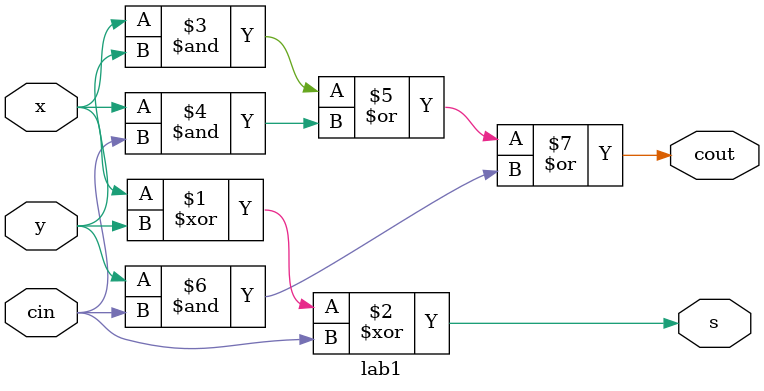
<source format=v>
`timescale 1ns / 1ps

module lab1( 
input x, y, cin,
output s, cout
); 
assign s=x^y^cin; 
assign cout= x&y | x&cin | y&cin;
endmodule 


</source>
